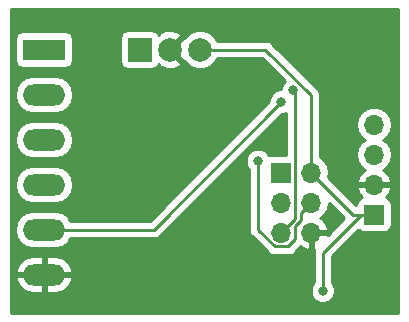
<source format=gbr>
G04 #@! TF.GenerationSoftware,KiCad,Pcbnew,(5.0.0)*
G04 #@! TF.CreationDate,2018-08-07T11:47:38-05:00*
G04 #@! TF.ProjectId,volvo240pcb,766F6C766F3234307063622E6B696361,rev?*
G04 #@! TF.SameCoordinates,Original*
G04 #@! TF.FileFunction,Copper,L2,Bot,Signal*
G04 #@! TF.FilePolarity,Positive*
%FSLAX46Y46*%
G04 Gerber Fmt 4.6, Leading zero omitted, Abs format (unit mm)*
G04 Created by KiCad (PCBNEW (5.0.0)) date 08/07/18 11:47:38*
%MOMM*%
%LPD*%
G01*
G04 APERTURE LIST*
G04 #@! TA.AperFunction,ComponentPad*
%ADD10R,3.600000X1.800000*%
G04 #@! TD*
G04 #@! TA.AperFunction,ComponentPad*
%ADD11O,3.600000X1.800000*%
G04 #@! TD*
G04 #@! TA.AperFunction,ComponentPad*
%ADD12R,1.700000X1.700000*%
G04 #@! TD*
G04 #@! TA.AperFunction,ComponentPad*
%ADD13O,1.700000X1.700000*%
G04 #@! TD*
G04 #@! TA.AperFunction,ComponentPad*
%ADD14R,2.000000X2.000000*%
G04 #@! TD*
G04 #@! TA.AperFunction,ComponentPad*
%ADD15C,2.000000*%
G04 #@! TD*
G04 #@! TA.AperFunction,ViaPad*
%ADD16C,0.800000*%
G04 #@! TD*
G04 #@! TA.AperFunction,Conductor*
%ADD17C,0.250000*%
G04 #@! TD*
G04 #@! TA.AperFunction,Conductor*
%ADD18C,0.254000*%
G04 #@! TD*
G04 APERTURE END LIST*
D10*
G04 #@! TO.P,J1,1*
G04 #@! TO.N,+12V*
X88900000Y-68580000D03*
D11*
G04 #@! TO.P,J1,2*
G04 #@! TO.N,brake_pedal*
X88900000Y-72390000D03*
G04 #@! TO.P,J1,3*
G04 #@! TO.N,tachometer*
X88900000Y-76200000D03*
G04 #@! TO.P,J1,4*
G04 #@! TO.N,speedometer*
X88900000Y-80010000D03*
G04 #@! TO.P,J1,5*
G04 #@! TO.N,servo_out*
X88900000Y-83820000D03*
G04 #@! TO.P,J1,6*
G04 #@! TO.N,GND*
X88900000Y-87630000D03*
G04 #@! TD*
D12*
G04 #@! TO.P,J2,1*
G04 #@! TO.N,MISO*
X109000000Y-79000000D03*
D13*
G04 #@! TO.P,J2,2*
G04 #@! TO.N,VCC*
X111540000Y-79000000D03*
G04 #@! TO.P,J2,3*
G04 #@! TO.N,SCK*
X109000000Y-81540000D03*
G04 #@! TO.P,J2,4*
G04 #@! TO.N,MOSI*
X111540000Y-81540000D03*
G04 #@! TO.P,J2,5*
G04 #@! TO.N,RST*
X109000000Y-84080000D03*
G04 #@! TO.P,J2,6*
G04 #@! TO.N,GND*
X111540000Y-84080000D03*
G04 #@! TD*
D12*
G04 #@! TO.P,J3,1*
G04 #@! TO.N,VCC*
X116840000Y-82550000D03*
D13*
G04 #@! TO.P,J3,2*
G04 #@! TO.N,GND*
X116840000Y-80010000D03*
G04 #@! TO.P,J3,3*
G04 #@! TO.N,SCK*
X116840000Y-77470000D03*
G04 #@! TO.P,J3,4*
G04 #@! TO.N,MOSI*
X116840000Y-74930000D03*
G04 #@! TD*
D14*
G04 #@! TO.P,U1,1*
G04 #@! TO.N,+12V*
X97000000Y-68580000D03*
D15*
G04 #@! TO.P,U1,2*
G04 #@! TO.N,GND*
X99540000Y-68580000D03*
G04 #@! TO.P,U1,3*
G04 #@! TO.N,VCC*
X102080000Y-68580000D03*
G04 #@! TD*
D16*
G04 #@! TO.N,GND*
X115000000Y-69000000D03*
X107000000Y-88000000D03*
X106000000Y-83000000D03*
X104500000Y-72000000D03*
X100000000Y-79000000D03*
X116000000Y-86000000D03*
G04 #@! TO.N,VCC*
X112500000Y-89000000D03*
G04 #@! TO.N,servo_out*
X109000000Y-73000000D03*
G04 #@! TO.N,MOSI*
X107000000Y-78000000D03*
G04 #@! TO.N,RST*
X110000000Y-72000000D03*
G04 #@! TD*
D17*
G04 #@! TO.N,VCC*
X115090000Y-82550000D02*
X111540000Y-79000000D01*
X116840000Y-82550000D02*
X115090000Y-82550000D01*
X103494213Y-68580000D02*
X102080000Y-68580000D01*
X107653002Y-68580000D02*
X103494213Y-68580000D01*
X111540000Y-72466998D02*
X107653002Y-68580000D01*
X111540000Y-79000000D02*
X111540000Y-72466998D01*
X115740000Y-82550000D02*
X116840000Y-82550000D01*
X112500000Y-85790000D02*
X115740000Y-82550000D01*
X112500000Y-89000000D02*
X112500000Y-85790000D01*
G04 #@! TO.N,servo_out*
X88900000Y-83820000D02*
X98180000Y-83820000D01*
X98180000Y-83820000D02*
X109000000Y-73000000D01*
G04 #@! TO.N,MOSI*
X107000000Y-83819002D02*
X107000000Y-78000000D01*
X108435999Y-85255001D02*
X107000000Y-83819002D01*
X111540000Y-81540000D02*
X110690001Y-82389999D01*
X110690001Y-83026409D02*
X110175001Y-83541409D01*
X110175001Y-83541409D02*
X110175001Y-84644001D01*
X110690001Y-82389999D02*
X110690001Y-83026409D01*
X110175001Y-84644001D02*
X109564001Y-85255001D01*
X109564001Y-85255001D02*
X108435999Y-85255001D01*
G04 #@! TO.N,RST*
X110175001Y-82904999D02*
X110175001Y-72175001D01*
X109000000Y-84080000D02*
X110175001Y-82904999D01*
X110175001Y-72175001D02*
X110000000Y-72000000D01*
G04 #@! TD*
D18*
G04 #@! TO.N,GND*
G36*
X118873000Y-90873000D02*
X86127000Y-90873000D01*
X86127000Y-87994740D01*
X86508964Y-87994740D01*
X86533244Y-88100086D01*
X86824788Y-88625606D01*
X87295248Y-88999554D01*
X87873000Y-89165000D01*
X88773000Y-89165000D01*
X88773000Y-87757000D01*
X89027000Y-87757000D01*
X89027000Y-89165000D01*
X89927000Y-89165000D01*
X90504752Y-88999554D01*
X90975212Y-88625606D01*
X91266756Y-88100086D01*
X91291036Y-87994740D01*
X91170378Y-87757000D01*
X89027000Y-87757000D01*
X88773000Y-87757000D01*
X86629622Y-87757000D01*
X86508964Y-87994740D01*
X86127000Y-87994740D01*
X86127000Y-87265260D01*
X86508964Y-87265260D01*
X86629622Y-87503000D01*
X88773000Y-87503000D01*
X88773000Y-86095000D01*
X89027000Y-86095000D01*
X89027000Y-87503000D01*
X91170378Y-87503000D01*
X91291036Y-87265260D01*
X91266756Y-87159914D01*
X90975212Y-86634394D01*
X90504752Y-86260446D01*
X89927000Y-86095000D01*
X89027000Y-86095000D01*
X88773000Y-86095000D01*
X87873000Y-86095000D01*
X87295248Y-86260446D01*
X86824788Y-86634394D01*
X86533244Y-87159914D01*
X86508964Y-87265260D01*
X86127000Y-87265260D01*
X86127000Y-83820000D01*
X86434928Y-83820000D01*
X86554062Y-84418927D01*
X86893327Y-84926673D01*
X87401073Y-85265938D01*
X87848818Y-85355000D01*
X89951182Y-85355000D01*
X90398927Y-85265938D01*
X90906673Y-84926673D01*
X91138312Y-84580000D01*
X98105153Y-84580000D01*
X98180000Y-84594888D01*
X98254847Y-84580000D01*
X98254852Y-84580000D01*
X98476537Y-84535904D01*
X98727929Y-84367929D01*
X98770331Y-84304470D01*
X109039802Y-74035000D01*
X109205874Y-74035000D01*
X109415002Y-73948377D01*
X109415002Y-77502560D01*
X108150000Y-77502560D01*
X107932176Y-77545887D01*
X107877431Y-77413720D01*
X107586280Y-77122569D01*
X107205874Y-76965000D01*
X106794126Y-76965000D01*
X106413720Y-77122569D01*
X106122569Y-77413720D01*
X105965000Y-77794126D01*
X105965000Y-78205874D01*
X106122569Y-78586280D01*
X106240001Y-78703712D01*
X106240000Y-83744155D01*
X106225112Y-83819002D01*
X106240000Y-83893849D01*
X106240000Y-83893853D01*
X106284096Y-84115538D01*
X106452071Y-84366931D01*
X106515530Y-84409333D01*
X107845670Y-85739474D01*
X107888070Y-85802930D01*
X108139462Y-85970905D01*
X108361147Y-86015001D01*
X108361151Y-86015001D01*
X108435998Y-86029889D01*
X108510845Y-86015001D01*
X109489154Y-86015001D01*
X109564001Y-86029889D01*
X109638848Y-86015001D01*
X109638853Y-86015001D01*
X109860538Y-85970905D01*
X110111930Y-85802930D01*
X110154331Y-85739472D01*
X110639560Y-85254245D01*
X110658642Y-85275183D01*
X111183108Y-85521486D01*
X111413000Y-85400819D01*
X111413000Y-84207000D01*
X111393000Y-84207000D01*
X111393000Y-83953000D01*
X111413000Y-83953000D01*
X111413000Y-83933000D01*
X111667000Y-83933000D01*
X111667000Y-83953000D01*
X112860155Y-83953000D01*
X112981476Y-83723110D01*
X112811645Y-83313076D01*
X112421358Y-82884817D01*
X112291522Y-82823843D01*
X112610625Y-82610625D01*
X112938839Y-82119418D01*
X113045980Y-81580782D01*
X114340198Y-82875000D01*
X112911295Y-84303904D01*
X112860155Y-84207000D01*
X111667000Y-84207000D01*
X111667000Y-85400819D01*
X111799522Y-85470378D01*
X111784097Y-85493463D01*
X111725112Y-85790000D01*
X111740001Y-85864852D01*
X111740000Y-88296289D01*
X111622569Y-88413720D01*
X111465000Y-88794126D01*
X111465000Y-89205874D01*
X111622569Y-89586280D01*
X111913720Y-89877431D01*
X112294126Y-90035000D01*
X112705874Y-90035000D01*
X113086280Y-89877431D01*
X113377431Y-89586280D01*
X113535000Y-89205874D01*
X113535000Y-88794126D01*
X113377431Y-88413720D01*
X113260000Y-88296289D01*
X113260000Y-86104801D01*
X115522098Y-83842704D01*
X115532191Y-83857809D01*
X115742235Y-83998157D01*
X115990000Y-84047440D01*
X117690000Y-84047440D01*
X117937765Y-83998157D01*
X118147809Y-83857809D01*
X118288157Y-83647765D01*
X118337440Y-83400000D01*
X118337440Y-81700000D01*
X118288157Y-81452235D01*
X118147809Y-81242191D01*
X117937765Y-81101843D01*
X117834292Y-81081261D01*
X118111645Y-80776924D01*
X118281476Y-80366890D01*
X118160155Y-80137000D01*
X116967000Y-80137000D01*
X116967000Y-80157000D01*
X116713000Y-80157000D01*
X116713000Y-80137000D01*
X115519845Y-80137000D01*
X115398524Y-80366890D01*
X115568355Y-80776924D01*
X115845708Y-81081261D01*
X115742235Y-81101843D01*
X115532191Y-81242191D01*
X115391843Y-81452235D01*
X115342560Y-81700000D01*
X115342560Y-81727758D01*
X112981209Y-79366408D01*
X113054092Y-79000000D01*
X112938839Y-78420582D01*
X112610625Y-77929375D01*
X112300000Y-77721822D01*
X112300000Y-74930000D01*
X115325908Y-74930000D01*
X115441161Y-75509418D01*
X115769375Y-76000625D01*
X116067761Y-76200000D01*
X115769375Y-76399375D01*
X115441161Y-76890582D01*
X115325908Y-77470000D01*
X115441161Y-78049418D01*
X115769375Y-78540625D01*
X116088478Y-78753843D01*
X115958642Y-78814817D01*
X115568355Y-79243076D01*
X115398524Y-79653110D01*
X115519845Y-79883000D01*
X116713000Y-79883000D01*
X116713000Y-79863000D01*
X116967000Y-79863000D01*
X116967000Y-79883000D01*
X118160155Y-79883000D01*
X118281476Y-79653110D01*
X118111645Y-79243076D01*
X117721358Y-78814817D01*
X117591522Y-78753843D01*
X117910625Y-78540625D01*
X118238839Y-78049418D01*
X118354092Y-77470000D01*
X118238839Y-76890582D01*
X117910625Y-76399375D01*
X117612239Y-76200000D01*
X117910625Y-76000625D01*
X118238839Y-75509418D01*
X118354092Y-74930000D01*
X118238839Y-74350582D01*
X117910625Y-73859375D01*
X117419418Y-73531161D01*
X116986256Y-73445000D01*
X116693744Y-73445000D01*
X116260582Y-73531161D01*
X115769375Y-73859375D01*
X115441161Y-74350582D01*
X115325908Y-74930000D01*
X112300000Y-74930000D01*
X112300000Y-72541844D01*
X112314888Y-72466997D01*
X112300000Y-72392150D01*
X112300000Y-72392146D01*
X112255904Y-72170461D01*
X112208923Y-72100149D01*
X112130329Y-71982524D01*
X112130327Y-71982522D01*
X112087929Y-71919069D01*
X112024476Y-71876671D01*
X108243333Y-68095530D01*
X108200931Y-68032071D01*
X107949539Y-67864096D01*
X107727854Y-67820000D01*
X107727849Y-67820000D01*
X107653002Y-67805112D01*
X107578155Y-67820000D01*
X103534909Y-67820000D01*
X103466086Y-67653847D01*
X103006153Y-67193914D01*
X102405222Y-66945000D01*
X101754778Y-66945000D01*
X101153847Y-67193914D01*
X100727689Y-67620072D01*
X100692532Y-67607073D01*
X99719605Y-68580000D01*
X100692532Y-69552927D01*
X100727689Y-69539928D01*
X101153847Y-69966086D01*
X101754778Y-70215000D01*
X102405222Y-70215000D01*
X103006153Y-69966086D01*
X103466086Y-69506153D01*
X103534909Y-69340000D01*
X107338201Y-69340000D01*
X109267244Y-71269045D01*
X109122569Y-71413720D01*
X108965000Y-71794126D01*
X108965000Y-71965000D01*
X108794126Y-71965000D01*
X108413720Y-72122569D01*
X108122569Y-72413720D01*
X107965000Y-72794126D01*
X107965000Y-72960198D01*
X97865199Y-83060000D01*
X91138312Y-83060000D01*
X90906673Y-82713327D01*
X90398927Y-82374062D01*
X89951182Y-82285000D01*
X87848818Y-82285000D01*
X87401073Y-82374062D01*
X86893327Y-82713327D01*
X86554062Y-83221073D01*
X86434928Y-83820000D01*
X86127000Y-83820000D01*
X86127000Y-80010000D01*
X86434928Y-80010000D01*
X86554062Y-80608927D01*
X86893327Y-81116673D01*
X87401073Y-81455938D01*
X87848818Y-81545000D01*
X89951182Y-81545000D01*
X90398927Y-81455938D01*
X90906673Y-81116673D01*
X91245938Y-80608927D01*
X91365072Y-80010000D01*
X91245938Y-79411073D01*
X90906673Y-78903327D01*
X90398927Y-78564062D01*
X89951182Y-78475000D01*
X87848818Y-78475000D01*
X87401073Y-78564062D01*
X86893327Y-78903327D01*
X86554062Y-79411073D01*
X86434928Y-80010000D01*
X86127000Y-80010000D01*
X86127000Y-76200000D01*
X86434928Y-76200000D01*
X86554062Y-76798927D01*
X86893327Y-77306673D01*
X87401073Y-77645938D01*
X87848818Y-77735000D01*
X89951182Y-77735000D01*
X90398927Y-77645938D01*
X90906673Y-77306673D01*
X91245938Y-76798927D01*
X91365072Y-76200000D01*
X91245938Y-75601073D01*
X90906673Y-75093327D01*
X90398927Y-74754062D01*
X89951182Y-74665000D01*
X87848818Y-74665000D01*
X87401073Y-74754062D01*
X86893327Y-75093327D01*
X86554062Y-75601073D01*
X86434928Y-76200000D01*
X86127000Y-76200000D01*
X86127000Y-72390000D01*
X86434928Y-72390000D01*
X86554062Y-72988927D01*
X86893327Y-73496673D01*
X87401073Y-73835938D01*
X87848818Y-73925000D01*
X89951182Y-73925000D01*
X90398927Y-73835938D01*
X90906673Y-73496673D01*
X91245938Y-72988927D01*
X91365072Y-72390000D01*
X91245938Y-71791073D01*
X90906673Y-71283327D01*
X90398927Y-70944062D01*
X89951182Y-70855000D01*
X87848818Y-70855000D01*
X87401073Y-70944062D01*
X86893327Y-71283327D01*
X86554062Y-71791073D01*
X86434928Y-72390000D01*
X86127000Y-72390000D01*
X86127000Y-67680000D01*
X86452560Y-67680000D01*
X86452560Y-69480000D01*
X86501843Y-69727765D01*
X86642191Y-69937809D01*
X86852235Y-70078157D01*
X87100000Y-70127440D01*
X90700000Y-70127440D01*
X90947765Y-70078157D01*
X91157809Y-69937809D01*
X91298157Y-69727765D01*
X91347440Y-69480000D01*
X91347440Y-67680000D01*
X91327549Y-67580000D01*
X95352560Y-67580000D01*
X95352560Y-69580000D01*
X95401843Y-69827765D01*
X95542191Y-70037809D01*
X95752235Y-70178157D01*
X96000000Y-70227440D01*
X98000000Y-70227440D01*
X98247765Y-70178157D01*
X98457809Y-70037809D01*
X98598157Y-69827765D01*
X98599600Y-69820509D01*
X98665736Y-69999387D01*
X99275461Y-70225908D01*
X99925460Y-70201856D01*
X100414264Y-69999387D01*
X100512927Y-69732532D01*
X99540000Y-68759605D01*
X99525858Y-68773748D01*
X99346253Y-68594143D01*
X99360395Y-68580000D01*
X99346253Y-68565858D01*
X99525858Y-68386253D01*
X99540000Y-68400395D01*
X100512927Y-67427468D01*
X100414264Y-67160613D01*
X99804539Y-66934092D01*
X99154540Y-66958144D01*
X98665736Y-67160613D01*
X98599600Y-67339491D01*
X98598157Y-67332235D01*
X98457809Y-67122191D01*
X98247765Y-66981843D01*
X98000000Y-66932560D01*
X96000000Y-66932560D01*
X95752235Y-66981843D01*
X95542191Y-67122191D01*
X95401843Y-67332235D01*
X95352560Y-67580000D01*
X91327549Y-67580000D01*
X91298157Y-67432235D01*
X91157809Y-67222191D01*
X90947765Y-67081843D01*
X90700000Y-67032560D01*
X87100000Y-67032560D01*
X86852235Y-67081843D01*
X86642191Y-67222191D01*
X86501843Y-67432235D01*
X86452560Y-67680000D01*
X86127000Y-67680000D01*
X86127000Y-65127000D01*
X118873000Y-65127000D01*
X118873000Y-90873000D01*
X118873000Y-90873000D01*
G37*
X118873000Y-90873000D02*
X86127000Y-90873000D01*
X86127000Y-87994740D01*
X86508964Y-87994740D01*
X86533244Y-88100086D01*
X86824788Y-88625606D01*
X87295248Y-88999554D01*
X87873000Y-89165000D01*
X88773000Y-89165000D01*
X88773000Y-87757000D01*
X89027000Y-87757000D01*
X89027000Y-89165000D01*
X89927000Y-89165000D01*
X90504752Y-88999554D01*
X90975212Y-88625606D01*
X91266756Y-88100086D01*
X91291036Y-87994740D01*
X91170378Y-87757000D01*
X89027000Y-87757000D01*
X88773000Y-87757000D01*
X86629622Y-87757000D01*
X86508964Y-87994740D01*
X86127000Y-87994740D01*
X86127000Y-87265260D01*
X86508964Y-87265260D01*
X86629622Y-87503000D01*
X88773000Y-87503000D01*
X88773000Y-86095000D01*
X89027000Y-86095000D01*
X89027000Y-87503000D01*
X91170378Y-87503000D01*
X91291036Y-87265260D01*
X91266756Y-87159914D01*
X90975212Y-86634394D01*
X90504752Y-86260446D01*
X89927000Y-86095000D01*
X89027000Y-86095000D01*
X88773000Y-86095000D01*
X87873000Y-86095000D01*
X87295248Y-86260446D01*
X86824788Y-86634394D01*
X86533244Y-87159914D01*
X86508964Y-87265260D01*
X86127000Y-87265260D01*
X86127000Y-83820000D01*
X86434928Y-83820000D01*
X86554062Y-84418927D01*
X86893327Y-84926673D01*
X87401073Y-85265938D01*
X87848818Y-85355000D01*
X89951182Y-85355000D01*
X90398927Y-85265938D01*
X90906673Y-84926673D01*
X91138312Y-84580000D01*
X98105153Y-84580000D01*
X98180000Y-84594888D01*
X98254847Y-84580000D01*
X98254852Y-84580000D01*
X98476537Y-84535904D01*
X98727929Y-84367929D01*
X98770331Y-84304470D01*
X109039802Y-74035000D01*
X109205874Y-74035000D01*
X109415002Y-73948377D01*
X109415002Y-77502560D01*
X108150000Y-77502560D01*
X107932176Y-77545887D01*
X107877431Y-77413720D01*
X107586280Y-77122569D01*
X107205874Y-76965000D01*
X106794126Y-76965000D01*
X106413720Y-77122569D01*
X106122569Y-77413720D01*
X105965000Y-77794126D01*
X105965000Y-78205874D01*
X106122569Y-78586280D01*
X106240001Y-78703712D01*
X106240000Y-83744155D01*
X106225112Y-83819002D01*
X106240000Y-83893849D01*
X106240000Y-83893853D01*
X106284096Y-84115538D01*
X106452071Y-84366931D01*
X106515530Y-84409333D01*
X107845670Y-85739474D01*
X107888070Y-85802930D01*
X108139462Y-85970905D01*
X108361147Y-86015001D01*
X108361151Y-86015001D01*
X108435998Y-86029889D01*
X108510845Y-86015001D01*
X109489154Y-86015001D01*
X109564001Y-86029889D01*
X109638848Y-86015001D01*
X109638853Y-86015001D01*
X109860538Y-85970905D01*
X110111930Y-85802930D01*
X110154331Y-85739472D01*
X110639560Y-85254245D01*
X110658642Y-85275183D01*
X111183108Y-85521486D01*
X111413000Y-85400819D01*
X111413000Y-84207000D01*
X111393000Y-84207000D01*
X111393000Y-83953000D01*
X111413000Y-83953000D01*
X111413000Y-83933000D01*
X111667000Y-83933000D01*
X111667000Y-83953000D01*
X112860155Y-83953000D01*
X112981476Y-83723110D01*
X112811645Y-83313076D01*
X112421358Y-82884817D01*
X112291522Y-82823843D01*
X112610625Y-82610625D01*
X112938839Y-82119418D01*
X113045980Y-81580782D01*
X114340198Y-82875000D01*
X112911295Y-84303904D01*
X112860155Y-84207000D01*
X111667000Y-84207000D01*
X111667000Y-85400819D01*
X111799522Y-85470378D01*
X111784097Y-85493463D01*
X111725112Y-85790000D01*
X111740001Y-85864852D01*
X111740000Y-88296289D01*
X111622569Y-88413720D01*
X111465000Y-88794126D01*
X111465000Y-89205874D01*
X111622569Y-89586280D01*
X111913720Y-89877431D01*
X112294126Y-90035000D01*
X112705874Y-90035000D01*
X113086280Y-89877431D01*
X113377431Y-89586280D01*
X113535000Y-89205874D01*
X113535000Y-88794126D01*
X113377431Y-88413720D01*
X113260000Y-88296289D01*
X113260000Y-86104801D01*
X115522098Y-83842704D01*
X115532191Y-83857809D01*
X115742235Y-83998157D01*
X115990000Y-84047440D01*
X117690000Y-84047440D01*
X117937765Y-83998157D01*
X118147809Y-83857809D01*
X118288157Y-83647765D01*
X118337440Y-83400000D01*
X118337440Y-81700000D01*
X118288157Y-81452235D01*
X118147809Y-81242191D01*
X117937765Y-81101843D01*
X117834292Y-81081261D01*
X118111645Y-80776924D01*
X118281476Y-80366890D01*
X118160155Y-80137000D01*
X116967000Y-80137000D01*
X116967000Y-80157000D01*
X116713000Y-80157000D01*
X116713000Y-80137000D01*
X115519845Y-80137000D01*
X115398524Y-80366890D01*
X115568355Y-80776924D01*
X115845708Y-81081261D01*
X115742235Y-81101843D01*
X115532191Y-81242191D01*
X115391843Y-81452235D01*
X115342560Y-81700000D01*
X115342560Y-81727758D01*
X112981209Y-79366408D01*
X113054092Y-79000000D01*
X112938839Y-78420582D01*
X112610625Y-77929375D01*
X112300000Y-77721822D01*
X112300000Y-74930000D01*
X115325908Y-74930000D01*
X115441161Y-75509418D01*
X115769375Y-76000625D01*
X116067761Y-76200000D01*
X115769375Y-76399375D01*
X115441161Y-76890582D01*
X115325908Y-77470000D01*
X115441161Y-78049418D01*
X115769375Y-78540625D01*
X116088478Y-78753843D01*
X115958642Y-78814817D01*
X115568355Y-79243076D01*
X115398524Y-79653110D01*
X115519845Y-79883000D01*
X116713000Y-79883000D01*
X116713000Y-79863000D01*
X116967000Y-79863000D01*
X116967000Y-79883000D01*
X118160155Y-79883000D01*
X118281476Y-79653110D01*
X118111645Y-79243076D01*
X117721358Y-78814817D01*
X117591522Y-78753843D01*
X117910625Y-78540625D01*
X118238839Y-78049418D01*
X118354092Y-77470000D01*
X118238839Y-76890582D01*
X117910625Y-76399375D01*
X117612239Y-76200000D01*
X117910625Y-76000625D01*
X118238839Y-75509418D01*
X118354092Y-74930000D01*
X118238839Y-74350582D01*
X117910625Y-73859375D01*
X117419418Y-73531161D01*
X116986256Y-73445000D01*
X116693744Y-73445000D01*
X116260582Y-73531161D01*
X115769375Y-73859375D01*
X115441161Y-74350582D01*
X115325908Y-74930000D01*
X112300000Y-74930000D01*
X112300000Y-72541844D01*
X112314888Y-72466997D01*
X112300000Y-72392150D01*
X112300000Y-72392146D01*
X112255904Y-72170461D01*
X112208923Y-72100149D01*
X112130329Y-71982524D01*
X112130327Y-71982522D01*
X112087929Y-71919069D01*
X112024476Y-71876671D01*
X108243333Y-68095530D01*
X108200931Y-68032071D01*
X107949539Y-67864096D01*
X107727854Y-67820000D01*
X107727849Y-67820000D01*
X107653002Y-67805112D01*
X107578155Y-67820000D01*
X103534909Y-67820000D01*
X103466086Y-67653847D01*
X103006153Y-67193914D01*
X102405222Y-66945000D01*
X101754778Y-66945000D01*
X101153847Y-67193914D01*
X100727689Y-67620072D01*
X100692532Y-67607073D01*
X99719605Y-68580000D01*
X100692532Y-69552927D01*
X100727689Y-69539928D01*
X101153847Y-69966086D01*
X101754778Y-70215000D01*
X102405222Y-70215000D01*
X103006153Y-69966086D01*
X103466086Y-69506153D01*
X103534909Y-69340000D01*
X107338201Y-69340000D01*
X109267244Y-71269045D01*
X109122569Y-71413720D01*
X108965000Y-71794126D01*
X108965000Y-71965000D01*
X108794126Y-71965000D01*
X108413720Y-72122569D01*
X108122569Y-72413720D01*
X107965000Y-72794126D01*
X107965000Y-72960198D01*
X97865199Y-83060000D01*
X91138312Y-83060000D01*
X90906673Y-82713327D01*
X90398927Y-82374062D01*
X89951182Y-82285000D01*
X87848818Y-82285000D01*
X87401073Y-82374062D01*
X86893327Y-82713327D01*
X86554062Y-83221073D01*
X86434928Y-83820000D01*
X86127000Y-83820000D01*
X86127000Y-80010000D01*
X86434928Y-80010000D01*
X86554062Y-80608927D01*
X86893327Y-81116673D01*
X87401073Y-81455938D01*
X87848818Y-81545000D01*
X89951182Y-81545000D01*
X90398927Y-81455938D01*
X90906673Y-81116673D01*
X91245938Y-80608927D01*
X91365072Y-80010000D01*
X91245938Y-79411073D01*
X90906673Y-78903327D01*
X90398927Y-78564062D01*
X89951182Y-78475000D01*
X87848818Y-78475000D01*
X87401073Y-78564062D01*
X86893327Y-78903327D01*
X86554062Y-79411073D01*
X86434928Y-80010000D01*
X86127000Y-80010000D01*
X86127000Y-76200000D01*
X86434928Y-76200000D01*
X86554062Y-76798927D01*
X86893327Y-77306673D01*
X87401073Y-77645938D01*
X87848818Y-77735000D01*
X89951182Y-77735000D01*
X90398927Y-77645938D01*
X90906673Y-77306673D01*
X91245938Y-76798927D01*
X91365072Y-76200000D01*
X91245938Y-75601073D01*
X90906673Y-75093327D01*
X90398927Y-74754062D01*
X89951182Y-74665000D01*
X87848818Y-74665000D01*
X87401073Y-74754062D01*
X86893327Y-75093327D01*
X86554062Y-75601073D01*
X86434928Y-76200000D01*
X86127000Y-76200000D01*
X86127000Y-72390000D01*
X86434928Y-72390000D01*
X86554062Y-72988927D01*
X86893327Y-73496673D01*
X87401073Y-73835938D01*
X87848818Y-73925000D01*
X89951182Y-73925000D01*
X90398927Y-73835938D01*
X90906673Y-73496673D01*
X91245938Y-72988927D01*
X91365072Y-72390000D01*
X91245938Y-71791073D01*
X90906673Y-71283327D01*
X90398927Y-70944062D01*
X89951182Y-70855000D01*
X87848818Y-70855000D01*
X87401073Y-70944062D01*
X86893327Y-71283327D01*
X86554062Y-71791073D01*
X86434928Y-72390000D01*
X86127000Y-72390000D01*
X86127000Y-67680000D01*
X86452560Y-67680000D01*
X86452560Y-69480000D01*
X86501843Y-69727765D01*
X86642191Y-69937809D01*
X86852235Y-70078157D01*
X87100000Y-70127440D01*
X90700000Y-70127440D01*
X90947765Y-70078157D01*
X91157809Y-69937809D01*
X91298157Y-69727765D01*
X91347440Y-69480000D01*
X91347440Y-67680000D01*
X91327549Y-67580000D01*
X95352560Y-67580000D01*
X95352560Y-69580000D01*
X95401843Y-69827765D01*
X95542191Y-70037809D01*
X95752235Y-70178157D01*
X96000000Y-70227440D01*
X98000000Y-70227440D01*
X98247765Y-70178157D01*
X98457809Y-70037809D01*
X98598157Y-69827765D01*
X98599600Y-69820509D01*
X98665736Y-69999387D01*
X99275461Y-70225908D01*
X99925460Y-70201856D01*
X100414264Y-69999387D01*
X100512927Y-69732532D01*
X99540000Y-68759605D01*
X99525858Y-68773748D01*
X99346253Y-68594143D01*
X99360395Y-68580000D01*
X99346253Y-68565858D01*
X99525858Y-68386253D01*
X99540000Y-68400395D01*
X100512927Y-67427468D01*
X100414264Y-67160613D01*
X99804539Y-66934092D01*
X99154540Y-66958144D01*
X98665736Y-67160613D01*
X98599600Y-67339491D01*
X98598157Y-67332235D01*
X98457809Y-67122191D01*
X98247765Y-66981843D01*
X98000000Y-66932560D01*
X96000000Y-66932560D01*
X95752235Y-66981843D01*
X95542191Y-67122191D01*
X95401843Y-67332235D01*
X95352560Y-67580000D01*
X91327549Y-67580000D01*
X91298157Y-67432235D01*
X91157809Y-67222191D01*
X90947765Y-67081843D01*
X90700000Y-67032560D01*
X87100000Y-67032560D01*
X86852235Y-67081843D01*
X86642191Y-67222191D01*
X86501843Y-67432235D01*
X86452560Y-67680000D01*
X86127000Y-67680000D01*
X86127000Y-65127000D01*
X118873000Y-65127000D01*
X118873000Y-90873000D01*
G04 #@! TD*
M02*

</source>
